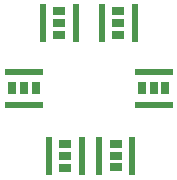
<source format=gbr>
%TF.GenerationSoftware,KiCad,Pcbnew,(6.0.4)*%
%TF.CreationDate,2022-08-13T18:46:34+03:00*%
%TF.ProjectId,Head_001,48656164-5f30-4303-912e-6b696361645f,rev?*%
%TF.SameCoordinates,Original*%
%TF.FileFunction,Paste,Top*%
%TF.FilePolarity,Positive*%
%FSLAX46Y46*%
G04 Gerber Fmt 4.6, Leading zero omitted, Abs format (unit mm)*
G04 Created by KiCad (PCBNEW (6.0.4)) date 2022-08-13 18:46:34*
%MOMM*%
%LPD*%
G01*
G04 APERTURE LIST*
%ADD10R,1.010000X0.750000*%
%ADD11R,0.500000X3.300000*%
%ADD12R,0.750000X1.010000*%
%ADD13R,3.300000X0.500000*%
G04 APERTURE END LIST*
D10*
%TO.C,D3*%
X99043600Y-63007800D03*
X99043600Y-65007800D03*
X99043600Y-64007800D03*
D11*
X97643600Y-64007800D03*
X100443600Y-64007800D03*
%TD*%
D12*
%TO.C,D8*%
X106043600Y-69507800D03*
X107043600Y-69507800D03*
X108043600Y-69507800D03*
D13*
X107043600Y-68107800D03*
X107043600Y-70907800D03*
%TD*%
D10*
%TO.C,D5*%
X104043600Y-65007800D03*
X104043600Y-63007800D03*
X104043600Y-64007800D03*
D11*
X102643600Y-64007800D03*
X105443600Y-64007800D03*
%TD*%
D12*
%TO.C,D1*%
X96043600Y-69507800D03*
X97043600Y-69507800D03*
X95043600Y-69507800D03*
D13*
X96043600Y-70907800D03*
X96043600Y-68107800D03*
%TD*%
D10*
%TO.C,D2*%
X99571400Y-75263800D03*
X99571400Y-74263800D03*
X99571400Y-76263800D03*
D11*
X98171400Y-75263800D03*
X100971400Y-75263800D03*
%TD*%
D10*
%TO.C,D4*%
X103838600Y-74213000D03*
X103838600Y-76213000D03*
X103838600Y-75213000D03*
D11*
X102438600Y-75213000D03*
X105238600Y-75213000D03*
%TD*%
M02*

</source>
